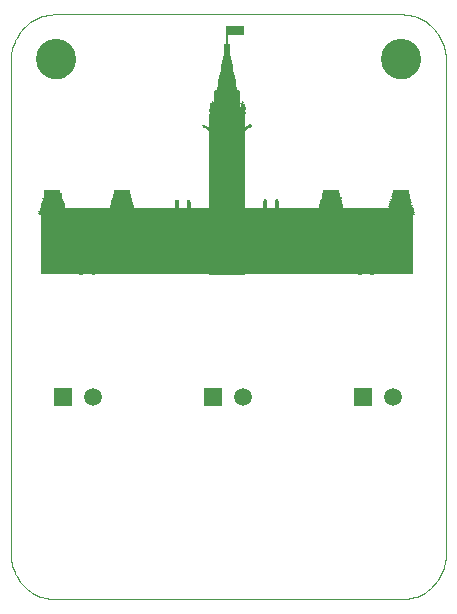
<source format=gts>
G75*
G70*
%OFA0B0*%
%FSLAX24Y24*%
%IPPOS*%
%LPD*%
%AMOC8*
5,1,8,0,0,1.08239X$1,22.5*
%
%ADD10C,0.0000*%
%ADD11C,0.1340*%
%ADD12R,0.1226X0.0025*%
%ADD13R,0.0126X0.0025*%
%ADD14R,0.0100X0.0025*%
%ADD15R,0.0125X0.0025*%
%ADD16R,0.0124X0.0025*%
%ADD17R,1.2425X0.0025*%
%ADD18R,1.2474X0.0025*%
%ADD19R,1.2525X0.0025*%
%ADD20R,1.2549X0.0025*%
%ADD21R,1.2501X0.0025*%
%ADD22R,1.2475X0.0025*%
%ADD23R,1.2450X0.0025*%
%ADD24R,0.0849X0.0025*%
%ADD25R,0.0150X0.0025*%
%ADD26R,0.0850X0.0025*%
%ADD27R,0.0824X0.0025*%
%ADD28R,0.0825X0.0025*%
%ADD29R,0.0800X0.0025*%
%ADD30R,0.0799X0.0025*%
%ADD31R,0.0776X0.0025*%
%ADD32R,0.0774X0.0025*%
%ADD33R,0.0775X0.0025*%
%ADD34R,0.0750X0.0025*%
%ADD35R,0.0749X0.0025*%
%ADD36R,0.0725X0.0025*%
%ADD37R,0.0725X0.0025*%
%ADD38R,0.0700X0.0025*%
%ADD39R,0.0125X0.0025*%
%ADD40R,0.0100X0.0025*%
%ADD41R,0.1226X0.0025*%
%ADD42R,0.0126X0.0025*%
%ADD43R,0.0124X0.0025*%
%ADD44R,0.0701X0.0025*%
%ADD45R,0.0676X0.0025*%
%ADD46R,0.0700X0.0025*%
%ADD47R,0.0701X0.0025*%
%ADD48R,0.0675X0.0025*%
%ADD49R,0.0074X0.0025*%
%ADD50R,0.0076X0.0025*%
%ADD51R,0.0676X0.0025*%
%ADD52R,0.0650X0.0025*%
%ADD53R,0.1226X0.0025*%
%ADD54R,0.0651X0.0025*%
%ADD55R,0.0651X0.0025*%
%ADD56R,0.0650X0.0025*%
%ADD57R,0.0625X0.0025*%
%ADD58R,0.0624X0.0025*%
%ADD59R,0.0600X0.0025*%
%ADD60R,0.0599X0.0025*%
%ADD61R,0.0576X0.0025*%
%ADD62R,0.0575X0.0025*%
%ADD63R,0.0574X0.0025*%
%ADD64R,0.0550X0.0025*%
%ADD65R,0.0549X0.0025*%
%ADD66R,0.0525X0.0025*%
%ADD67R,0.1250X0.0025*%
%ADD68R,0.1326X0.0025*%
%ADD69R,0.1374X0.0025*%
%ADD70R,0.1501X0.0025*%
%ADD71R,0.1626X0.0025*%
%ADD72R,0.1200X0.0025*%
%ADD73R,0.0201X0.0025*%
%ADD74R,0.0151X0.0025*%
%ADD75R,0.0075X0.0025*%
%ADD76R,0.1224X0.0025*%
%ADD77R,0.1176X0.0025*%
%ADD78R,0.0974X0.0025*%
%ADD79R,0.1000X0.0025*%
%ADD80R,0.0949X0.0025*%
%ADD81R,0.0025X0.0025*%
%ADD82R,0.0874X0.0025*%
%ADD83R,0.0024X0.0025*%
%ADD84R,0.0601X0.0025*%
%ADD85R,0.0501X0.0025*%
%ADD86R,0.0476X0.0025*%
%ADD87R,0.0425X0.0025*%
%ADD88R,0.0401X0.0025*%
%ADD89R,0.0376X0.0025*%
%ADD90R,0.0325X0.0025*%
%ADD91R,0.0301X0.0025*%
%ADD92R,0.0276X0.0025*%
%ADD93R,0.0250X0.0025*%
%ADD94R,0.0224X0.0025*%
%ADD95R,0.0200X0.0025*%
%ADD96R,0.0176X0.0025*%
%ADD97R,0.0595X0.0595*%
%ADD98C,0.0595*%
D10*
X000656Y002155D02*
X000656Y018655D01*
X001526Y018655D02*
X001528Y018705D01*
X001534Y018755D01*
X001544Y018804D01*
X001558Y018852D01*
X001575Y018899D01*
X001596Y018944D01*
X001621Y018988D01*
X001649Y019029D01*
X001681Y019068D01*
X001715Y019105D01*
X001752Y019139D01*
X001792Y019169D01*
X001834Y019196D01*
X001878Y019220D01*
X001924Y019241D01*
X001971Y019257D01*
X002019Y019270D01*
X002069Y019279D01*
X002118Y019284D01*
X002169Y019285D01*
X002219Y019282D01*
X002268Y019275D01*
X002317Y019264D01*
X002365Y019249D01*
X002411Y019231D01*
X002456Y019209D01*
X002499Y019183D01*
X002540Y019154D01*
X002579Y019122D01*
X002615Y019087D01*
X002647Y019049D01*
X002677Y019009D01*
X002704Y018966D01*
X002727Y018922D01*
X002746Y018876D01*
X002762Y018828D01*
X002774Y018779D01*
X002782Y018730D01*
X002786Y018680D01*
X002786Y018630D01*
X002782Y018580D01*
X002774Y018531D01*
X002762Y018482D01*
X002746Y018434D01*
X002727Y018388D01*
X002704Y018344D01*
X002677Y018301D01*
X002647Y018261D01*
X002615Y018223D01*
X002579Y018188D01*
X002540Y018156D01*
X002499Y018127D01*
X002456Y018101D01*
X002411Y018079D01*
X002365Y018061D01*
X002317Y018046D01*
X002268Y018035D01*
X002219Y018028D01*
X002169Y018025D01*
X002118Y018026D01*
X002069Y018031D01*
X002019Y018040D01*
X001971Y018053D01*
X001924Y018069D01*
X001878Y018090D01*
X001834Y018114D01*
X001792Y018141D01*
X001752Y018171D01*
X001715Y018205D01*
X001681Y018242D01*
X001649Y018281D01*
X001621Y018322D01*
X001596Y018366D01*
X001575Y018411D01*
X001558Y018458D01*
X001544Y018506D01*
X001534Y018555D01*
X001528Y018605D01*
X001526Y018655D01*
X000656Y018655D02*
X000658Y018731D01*
X000664Y018807D01*
X000673Y018882D01*
X000687Y018957D01*
X000704Y019031D01*
X000725Y019104D01*
X000749Y019176D01*
X000778Y019247D01*
X000809Y019316D01*
X000844Y019383D01*
X000883Y019448D01*
X000925Y019512D01*
X000970Y019573D01*
X001018Y019632D01*
X001069Y019688D01*
X001123Y019742D01*
X001179Y019793D01*
X001238Y019841D01*
X001299Y019886D01*
X001363Y019928D01*
X001428Y019967D01*
X001495Y020002D01*
X001564Y020033D01*
X001635Y020062D01*
X001707Y020086D01*
X001780Y020107D01*
X001854Y020124D01*
X001929Y020138D01*
X002004Y020147D01*
X002080Y020153D01*
X002156Y020155D01*
X013656Y020155D01*
X013026Y018655D02*
X013028Y018705D01*
X013034Y018755D01*
X013044Y018804D01*
X013058Y018852D01*
X013075Y018899D01*
X013096Y018944D01*
X013121Y018988D01*
X013149Y019029D01*
X013181Y019068D01*
X013215Y019105D01*
X013252Y019139D01*
X013292Y019169D01*
X013334Y019196D01*
X013378Y019220D01*
X013424Y019241D01*
X013471Y019257D01*
X013519Y019270D01*
X013569Y019279D01*
X013618Y019284D01*
X013669Y019285D01*
X013719Y019282D01*
X013768Y019275D01*
X013817Y019264D01*
X013865Y019249D01*
X013911Y019231D01*
X013956Y019209D01*
X013999Y019183D01*
X014040Y019154D01*
X014079Y019122D01*
X014115Y019087D01*
X014147Y019049D01*
X014177Y019009D01*
X014204Y018966D01*
X014227Y018922D01*
X014246Y018876D01*
X014262Y018828D01*
X014274Y018779D01*
X014282Y018730D01*
X014286Y018680D01*
X014286Y018630D01*
X014282Y018580D01*
X014274Y018531D01*
X014262Y018482D01*
X014246Y018434D01*
X014227Y018388D01*
X014204Y018344D01*
X014177Y018301D01*
X014147Y018261D01*
X014115Y018223D01*
X014079Y018188D01*
X014040Y018156D01*
X013999Y018127D01*
X013956Y018101D01*
X013911Y018079D01*
X013865Y018061D01*
X013817Y018046D01*
X013768Y018035D01*
X013719Y018028D01*
X013669Y018025D01*
X013618Y018026D01*
X013569Y018031D01*
X013519Y018040D01*
X013471Y018053D01*
X013424Y018069D01*
X013378Y018090D01*
X013334Y018114D01*
X013292Y018141D01*
X013252Y018171D01*
X013215Y018205D01*
X013181Y018242D01*
X013149Y018281D01*
X013121Y018322D01*
X013096Y018366D01*
X013075Y018411D01*
X013058Y018458D01*
X013044Y018506D01*
X013034Y018555D01*
X013028Y018605D01*
X013026Y018655D01*
X013656Y020155D02*
X013732Y020153D01*
X013808Y020147D01*
X013883Y020138D01*
X013958Y020124D01*
X014032Y020107D01*
X014105Y020086D01*
X014177Y020062D01*
X014248Y020033D01*
X014317Y020002D01*
X014384Y019967D01*
X014449Y019928D01*
X014513Y019886D01*
X014574Y019841D01*
X014633Y019793D01*
X014689Y019742D01*
X014743Y019688D01*
X014794Y019632D01*
X014842Y019573D01*
X014887Y019512D01*
X014929Y019448D01*
X014968Y019383D01*
X015003Y019316D01*
X015034Y019247D01*
X015063Y019176D01*
X015087Y019104D01*
X015108Y019031D01*
X015125Y018957D01*
X015139Y018882D01*
X015148Y018807D01*
X015154Y018731D01*
X015156Y018655D01*
X015156Y002155D01*
X015154Y002079D01*
X015148Y002003D01*
X015139Y001928D01*
X015125Y001853D01*
X015108Y001779D01*
X015087Y001706D01*
X015063Y001634D01*
X015034Y001563D01*
X015003Y001494D01*
X014968Y001427D01*
X014929Y001362D01*
X014887Y001298D01*
X014842Y001237D01*
X014794Y001178D01*
X014743Y001122D01*
X014689Y001068D01*
X014633Y001017D01*
X014574Y000969D01*
X014513Y000924D01*
X014449Y000882D01*
X014384Y000843D01*
X014317Y000808D01*
X014248Y000777D01*
X014177Y000748D01*
X014105Y000724D01*
X014032Y000703D01*
X013958Y000686D01*
X013883Y000672D01*
X013808Y000663D01*
X013732Y000657D01*
X013656Y000655D01*
X002156Y000655D01*
X002080Y000657D01*
X002004Y000663D01*
X001929Y000672D01*
X001854Y000686D01*
X001780Y000703D01*
X001707Y000724D01*
X001635Y000748D01*
X001564Y000777D01*
X001495Y000808D01*
X001428Y000843D01*
X001363Y000882D01*
X001299Y000924D01*
X001238Y000969D01*
X001179Y001017D01*
X001123Y001068D01*
X001069Y001122D01*
X001018Y001178D01*
X000970Y001237D01*
X000925Y001298D01*
X000883Y001362D01*
X000844Y001427D01*
X000809Y001494D01*
X000778Y001563D01*
X000749Y001634D01*
X000725Y001706D01*
X000704Y001779D01*
X000687Y001853D01*
X000673Y001928D01*
X000664Y002003D01*
X000658Y002079D01*
X000656Y002155D01*
D11*
X002156Y018655D03*
X013656Y018655D03*
D12*
X007856Y016255D03*
X007856Y016230D03*
X007856Y016205D03*
X007856Y016180D03*
X007856Y016155D03*
X007856Y016130D03*
X007856Y016105D03*
X007856Y016080D03*
X007856Y016055D03*
X007856Y016030D03*
X007856Y016005D03*
X007856Y015980D03*
X007856Y015955D03*
X007856Y015930D03*
X007856Y015905D03*
X007856Y015880D03*
X007856Y015855D03*
X007856Y015830D03*
X007856Y015805D03*
X007856Y015780D03*
X007856Y015755D03*
X007856Y015730D03*
X007856Y015705D03*
X007856Y015680D03*
X007856Y015655D03*
X007856Y015630D03*
X007856Y015605D03*
X007856Y015580D03*
X007856Y015555D03*
X007856Y015530D03*
X007856Y015505D03*
X007856Y015480D03*
X007856Y015455D03*
X007856Y015430D03*
X007856Y015405D03*
X007856Y015380D03*
X007856Y015355D03*
X007856Y015330D03*
X007856Y015305D03*
X007856Y015280D03*
X007856Y015255D03*
X007856Y015230D03*
X007856Y015205D03*
X007856Y015180D03*
X007856Y015155D03*
X007856Y015130D03*
X007856Y015105D03*
X007856Y015080D03*
X007856Y015055D03*
X007856Y015030D03*
X007856Y015005D03*
X007856Y014980D03*
X007856Y014955D03*
X007856Y014930D03*
X007856Y014905D03*
X007856Y014880D03*
X007856Y014855D03*
X007856Y014830D03*
X007856Y014805D03*
X007856Y014780D03*
X007856Y014755D03*
X007856Y014730D03*
X007856Y014705D03*
X007856Y014680D03*
X007856Y014655D03*
X007856Y014630D03*
X007856Y014605D03*
X007856Y014580D03*
X007856Y014555D03*
X007856Y014530D03*
X007856Y014505D03*
X007856Y014480D03*
X007856Y014455D03*
X007856Y014430D03*
X007856Y014405D03*
X007856Y014380D03*
X007856Y014355D03*
X007856Y014330D03*
X007856Y014305D03*
X007856Y014280D03*
X007856Y014255D03*
X007856Y014230D03*
X007856Y014205D03*
X007856Y014180D03*
X007856Y014155D03*
X007856Y014130D03*
X007856Y014105D03*
X007856Y014080D03*
X007856Y014055D03*
X007856Y014030D03*
X007856Y014005D03*
X007856Y013955D03*
X007856Y013930D03*
X007856Y013880D03*
X007856Y013855D03*
X007856Y013830D03*
X007856Y013805D03*
X007856Y013780D03*
X007856Y013755D03*
X007856Y013730D03*
X007856Y013705D03*
X007856Y013680D03*
X007856Y011480D03*
X007856Y011455D03*
D13*
X009131Y013705D03*
X009131Y013730D03*
X009131Y013755D03*
X009131Y013780D03*
X009131Y013805D03*
X009131Y013830D03*
X009131Y013855D03*
X009131Y013880D03*
X003006Y011480D03*
D14*
X003419Y011480D03*
X006594Y013930D03*
X007093Y016430D03*
X008369Y017155D03*
X008369Y017180D03*
X009144Y013930D03*
X009519Y013930D03*
D15*
X012305Y011480D03*
X006206Y013680D03*
X006206Y013705D03*
X006206Y013730D03*
X006206Y013755D03*
X006206Y013780D03*
X006206Y013805D03*
X006206Y013830D03*
X006206Y013855D03*
X006206Y013880D03*
X006206Y013930D03*
D16*
X008381Y017055D03*
X008381Y017080D03*
X008381Y017105D03*
X008381Y017130D03*
X009531Y013880D03*
X009531Y013855D03*
X009531Y013830D03*
X009531Y013805D03*
X009531Y013780D03*
X009531Y013755D03*
X009531Y013730D03*
X009531Y013705D03*
X012706Y011480D03*
D17*
X007856Y011505D03*
X007856Y011530D03*
X007856Y011555D03*
X007856Y011580D03*
X007856Y011605D03*
X007856Y011630D03*
X007856Y011655D03*
X007856Y011680D03*
X007856Y011705D03*
X007856Y011730D03*
X007856Y011755D03*
X007856Y011780D03*
X007856Y011805D03*
X007856Y011830D03*
X007856Y011855D03*
X007856Y011880D03*
X007856Y011905D03*
X007856Y011930D03*
X007856Y011955D03*
X007856Y011980D03*
X007856Y012005D03*
X007856Y012030D03*
X007856Y012055D03*
X007856Y012080D03*
X007856Y012105D03*
X007856Y012130D03*
X007856Y012155D03*
X007856Y012180D03*
X007856Y012205D03*
X007856Y012230D03*
X007856Y012255D03*
X007856Y012280D03*
X007856Y012305D03*
X007856Y012330D03*
X007856Y012355D03*
X007856Y012380D03*
X007856Y012405D03*
X007856Y012430D03*
X007856Y012455D03*
X007856Y012480D03*
X007856Y012505D03*
X007856Y012530D03*
X007856Y012555D03*
X007856Y012580D03*
X007856Y012605D03*
X007856Y012630D03*
X007856Y012655D03*
X007856Y012680D03*
X007856Y012705D03*
X007856Y012730D03*
X007856Y012755D03*
X007856Y012780D03*
X007856Y012805D03*
X007856Y012830D03*
X007856Y012855D03*
X007856Y012880D03*
X007856Y012905D03*
X007856Y012930D03*
X007856Y012955D03*
X007856Y012980D03*
X007856Y013005D03*
X007856Y013030D03*
X007856Y013055D03*
X007856Y013080D03*
X007856Y013105D03*
X007856Y013130D03*
X007856Y013155D03*
X007856Y013180D03*
X007856Y013205D03*
X007856Y013230D03*
X007856Y013255D03*
X007856Y013280D03*
X007856Y013305D03*
X007856Y013330D03*
X007856Y013355D03*
X007856Y013380D03*
X007856Y013405D03*
X007856Y013430D03*
D18*
X007881Y013455D03*
D19*
X007855Y013480D03*
X007855Y013530D03*
D20*
X007843Y013505D03*
D21*
X007843Y013555D03*
X007843Y013580D03*
D22*
X007856Y013605D03*
D23*
X007844Y013630D03*
X007844Y013655D03*
D24*
X004368Y013680D03*
X002068Y013680D03*
D25*
X006593Y013680D03*
X006593Y013705D03*
X006593Y013730D03*
X006593Y013755D03*
X006593Y013780D03*
X006593Y013805D03*
X006593Y013830D03*
X006593Y013855D03*
X006593Y013880D03*
X007118Y016405D03*
X009143Y013680D03*
X009518Y013680D03*
D26*
X011344Y013680D03*
X013644Y013680D03*
D27*
X011331Y013705D03*
X004356Y013705D03*
X002056Y013705D03*
X002056Y013730D03*
D28*
X007856Y017605D03*
X013656Y013705D03*
D29*
X011343Y013730D03*
X011343Y013755D03*
X011343Y013780D03*
X004368Y013755D03*
X004368Y013730D03*
D30*
X013643Y013730D03*
D31*
X002056Y013755D03*
X002056Y013780D03*
X002056Y013805D03*
X002056Y013830D03*
D32*
X013656Y013780D03*
X013656Y013755D03*
D33*
X011330Y013805D03*
X004355Y013780D03*
D34*
X004368Y013805D03*
X004368Y013830D03*
X004368Y013855D03*
D35*
X011343Y013855D03*
X011343Y013830D03*
X013643Y013830D03*
X013643Y013805D03*
D36*
X013655Y013855D03*
X013655Y013880D03*
X011331Y013880D03*
X004355Y013880D03*
X002056Y013880D03*
X002056Y013855D03*
D37*
X002056Y013905D03*
D38*
X004368Y013905D03*
D39*
X006206Y013905D03*
D40*
X006594Y013905D03*
D41*
X007856Y013905D03*
D42*
X009131Y013905D03*
D43*
X009531Y013905D03*
D44*
X011343Y013905D03*
X013643Y013905D03*
D45*
X013656Y013930D03*
X013656Y013955D03*
X011331Y013955D03*
X002056Y013930D03*
X002056Y013955D03*
D46*
X004368Y013930D03*
D47*
X011343Y013930D03*
D48*
X007855Y017630D03*
X007855Y017655D03*
X007855Y017680D03*
X007855Y017705D03*
X004355Y013955D03*
D49*
X009131Y013955D03*
D50*
X009531Y013955D03*
X008381Y017205D03*
X007856Y019155D03*
X007856Y019180D03*
X007856Y019205D03*
X007856Y019230D03*
X007856Y019255D03*
X007856Y019280D03*
X007856Y019305D03*
X007856Y019330D03*
X007856Y019355D03*
X007856Y019380D03*
X007856Y019405D03*
X007856Y019430D03*
D51*
X011331Y013980D03*
X002056Y013980D03*
D52*
X004368Y013980D03*
D53*
X007856Y013980D03*
D54*
X013643Y013980D03*
D55*
X002043Y014005D03*
D56*
X004368Y014005D03*
X011344Y014005D03*
X011344Y014030D03*
D57*
X013656Y014030D03*
X013656Y014005D03*
X013656Y014055D03*
X007856Y017730D03*
X007856Y017755D03*
X007856Y017780D03*
X007856Y017805D03*
X007856Y017830D03*
X004355Y014055D03*
X004355Y014030D03*
X002056Y014030D03*
X002056Y014055D03*
X002056Y014080D03*
D58*
X011331Y014055D03*
D59*
X011343Y014080D03*
X011343Y014105D03*
X004368Y014080D03*
D60*
X013643Y014080D03*
D61*
X002056Y014105D03*
X002056Y014130D03*
X002056Y014155D03*
D62*
X004355Y014130D03*
X004355Y014105D03*
X007855Y017880D03*
X007855Y017905D03*
X007855Y017930D03*
X007855Y017955D03*
X011330Y014155D03*
X011330Y014130D03*
D63*
X013656Y014130D03*
X013656Y014105D03*
D64*
X004368Y014155D03*
X004368Y014180D03*
X004368Y014230D03*
X004368Y014255D03*
X002043Y014255D03*
X002043Y014230D03*
X002043Y014205D03*
X002043Y014180D03*
D65*
X011343Y014205D03*
X011343Y014180D03*
X011343Y014230D03*
X011343Y014255D03*
X013643Y014155D03*
D66*
X013655Y014180D03*
X013655Y014205D03*
X013655Y014230D03*
X013655Y014255D03*
X007856Y017980D03*
X007856Y018005D03*
X007856Y018030D03*
X007856Y018055D03*
X004355Y014205D03*
D67*
X007868Y016280D03*
D68*
X007856Y016305D03*
D69*
X007856Y016330D03*
D70*
X007843Y016355D03*
D71*
X007856Y016380D03*
D72*
X007869Y016405D03*
X007869Y016430D03*
X007869Y016455D03*
X007869Y016480D03*
X007869Y016505D03*
X007869Y016530D03*
X007869Y016555D03*
X007869Y016580D03*
X007869Y016605D03*
X007869Y016630D03*
X007869Y016655D03*
X007869Y016680D03*
X007869Y016705D03*
X007869Y016730D03*
X007869Y016755D03*
X007869Y016780D03*
X007869Y016805D03*
X007869Y016905D03*
X007869Y016930D03*
X007869Y016955D03*
D73*
X008593Y016405D03*
D74*
X008618Y016430D03*
D75*
X008631Y016455D03*
D76*
X007881Y016830D03*
X007881Y016855D03*
X007881Y016880D03*
D77*
X007881Y016980D03*
X007881Y017005D03*
X007881Y017030D03*
D78*
X007806Y017055D03*
X007806Y017105D03*
X007806Y017130D03*
X007806Y017155D03*
X007806Y017180D03*
D79*
X007793Y017080D03*
D80*
X007818Y017205D03*
D81*
X007381Y017230D03*
D82*
X007856Y017230D03*
X007856Y017255D03*
X007856Y017280D03*
X007856Y017305D03*
X007856Y017330D03*
X007856Y017355D03*
X007856Y017380D03*
X007856Y017405D03*
X007856Y017430D03*
X007856Y017455D03*
X007856Y017480D03*
X007856Y017505D03*
X007856Y017530D03*
X007856Y017555D03*
X007856Y017580D03*
D83*
X008381Y017230D03*
D84*
X007868Y017855D03*
X008118Y019455D03*
X008118Y019480D03*
X008118Y019505D03*
X008118Y019530D03*
X008118Y019555D03*
X008118Y019580D03*
X008118Y019605D03*
X008118Y019630D03*
X008118Y019655D03*
X008118Y019680D03*
X008118Y019705D03*
X008118Y019730D03*
D85*
X007868Y018105D03*
X007868Y018080D03*
D86*
X007856Y018130D03*
X007856Y018155D03*
X007856Y018180D03*
X007856Y018205D03*
D87*
X007856Y018230D03*
X007856Y018255D03*
X007856Y018280D03*
X007856Y018305D03*
X007856Y018330D03*
D88*
X007868Y018355D03*
D89*
X007856Y018380D03*
X007856Y018405D03*
X007856Y018430D03*
X007856Y018455D03*
D90*
X007856Y018480D03*
X007856Y018505D03*
X007856Y018530D03*
X007856Y018555D03*
X007856Y018580D03*
D91*
X007868Y018605D03*
D92*
X007856Y018630D03*
X007856Y018655D03*
X007856Y018680D03*
X007856Y018705D03*
D93*
X007869Y018730D03*
D94*
X007856Y018755D03*
X007856Y018780D03*
X007856Y018805D03*
X007856Y018830D03*
D95*
X007868Y018855D03*
D96*
X007856Y018880D03*
X007856Y018905D03*
X007856Y018930D03*
X007856Y018955D03*
X007856Y018980D03*
X007856Y019005D03*
X007856Y019030D03*
X007856Y019055D03*
X007856Y019080D03*
X007856Y019105D03*
X007856Y019130D03*
D97*
X007406Y007405D03*
X012406Y007405D03*
X002406Y007405D03*
D98*
X003406Y007405D03*
X008406Y007405D03*
X013406Y007405D03*
M02*

</source>
